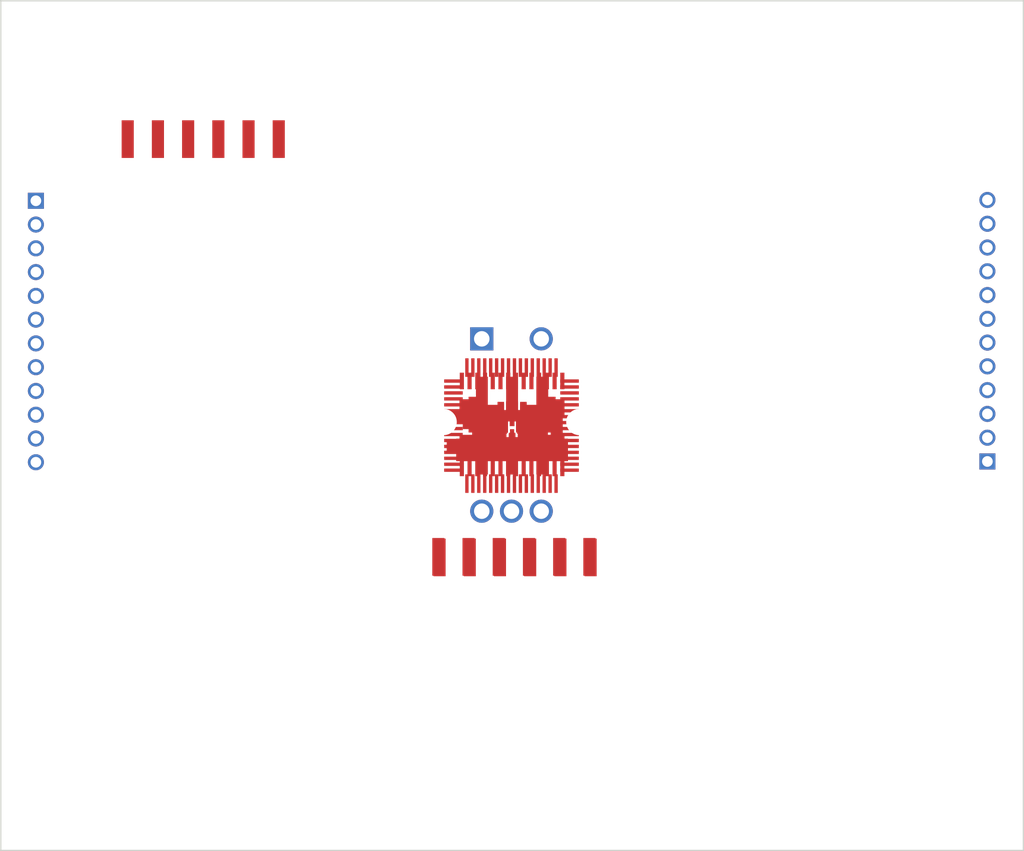
<source format=kicad_pcb>
(kicad_pcb (version 20221018) (generator pcbnew)
  (layers (0 "F.Cu" signal "Top") (1 "In1.Cu" signal "Route2") (2 "In2.Cu" signal "Route15") (31 "B.Cu" signal "Bottom") (34 "B.Paste" user) (35 "F.Paste" user) (36 "B.SilkS" user "B.Silkscreen") (37 "F.SilkS" user "F.Silkscreen") (38 "B.Mask" user) (39 "F.Mask" user) (44 "Edge.Cuts" user))
  (net 0 "")
  (net 1 "GND")
  (net 2 "3V3")
  (net 3 "VBAT")
  (net 4 "Net-(B2-Pad4)")
  (net 5 "Net-(B2-Pad3)")
  (net 6 "Net-(B2-Pad2)")
  (net 7 "Net-(A1-PadFEED)")
  (net 8 "Net-(C14-Pad1)")
  (net 9 "Net-(C15-Pad1)")
  (net 10 "Net-(C11-Pad1)")
  (net 11 "Net-(C13-Pad1)")
  (net 12 "Net-(D6-PadC1)")
  (net 13 "/RESET")
  (net 14 "/THROTTLE")
  (net 15 "/YAW")
  (net 16 "/BTN_CENTER")
  (net 17 "/BTN_RIGHT")
  (net 18 "/BTN_LEFT")
  (net 19 "/BTN_UP")
  (net 20 "/RXI-0")
  (net 21 "/TXO-0")
  (net 22 "/E1-B")
  (net 23 "/E1-A")
  (net 24 "/MISO")
  (net 25 "/MOSI")
  (net 26 "/SCK")
  (net 27 "/BTN_DOWN")
  (net 28 "/E1-BUT")
  (net 29 "/BTN2/SDA")
  (net 30 "/BTN1/SCL")
  (net 31 "/PITCH")
  (net 32 "/RF")
  (net 33 "Net-(D6-PadA1)")
  (net 34 "Net-(D6-PadA2)")
  (net 35 "/ROLL")
  (net 36 "/DTR-0")
  (net 37 "/VREG_IN")
  (net 38 "/RXI")
  (net 39 "/FTDI_OUT")
  (net 40 "/TXLED")
  (net 41 "/RXLED")
  (net 42 "/DTR")
  (net 43 "/USB_D_N")
  (net 44 "/USB_D_P")
  (net 45 "/CTS")
  (net 46 "/TXO")
  (net 47 "Net-(R7-Pad1)")
  (net 48 "/VBUS")
  (net 49 "Net-(B3-Pad1A)")
  (net 50 "Net-(R1-Pad2)")
  (net 51 "Net-(D1-PadC2)")
  (net 52 "Net-(D4-PadC1)")
  (net 53 "/RXI-1")
  (net 54 "/TXO-1")
  (net 55 "Net-(S2-Pad2)")
  (net 56 "/DTR-1")
  (net 57 "/CTS-1")
  (net 58 "/GREF")
  (net 59 "Net-(D6-PadC2)")
  (net 60 "Net-(D5-PadA2)")
  (net 61 "Net-(D5-PadA1)")
  (net 62 "Net-(D1-PadA1)")
  (net 63 "Net-(D4-PadC2)")
  (footprint "controller_board:BALUN" (layer "F.Cu") (at 148.50055 104.75 0)
    (fp_text reference "B2" hide)
    (fp_text value "BALUN0805" hide)
    (pad "1" smd rect (at -0.65 0.8 0) (size 0.35 1) (layers "F.Cu" "F.Paste" "F.Mask") (net 7 "Net-(A1-PadFEED)"))
    (pad "2" smd rect (at 0 0.8 0) (size 0.35 1) (layers "F.Cu" "F.Paste" "F.Mask") (net 6 "Net-(B2-Pad2)"))
    (pad "3" smd rect (at 0.65 0.8 0) (size 0.35 1) (layers "F.Cu" "F.Paste" "F.Mask") (net 5 "Net-(B2-Pad3)"))
    (pad "4" smd rect (at 0.65 -0.8 0) (size 0.35 1) (layers "F.Cu" "F.Paste" "F.Mask") (net 4 "Net-(B2-Pad4)"))
    (pad "5" smd rect (at 0 -0.8 0) (size 0.35 1) (layers "F.Cu" "F.Paste" "F.Mask") (net 1 "GND"))
    (pad "6" smd rect (at -0.65 -0.8 0) (size 0.35 1) (layers "F.Cu" "F.Paste" "F.Mask"))
  )
  (footprint "controller_board:CAPC2012X140_HS" (layer "F.Cu") (at 148.50055 104.75 0)
    (fp_text reference "C3" hide)
    (fp_text value "22pF" hide)
    (pad "1" smd roundrect (at -0.895 0 180) (size 1.08 1.42) (layers "F.Cu" "F.Mask") (roundrect_rratio 0.23) (net 1 "GND"))
    (pad "2" smd roundrect (at 0.895 0 0) (size 1.08 1.42) (layers "F.Cu" "F.Mask") (roundrect_rratio 0.23) (net 6 "Net-(B2-Pad2)"))
  )
  (footprint "controller_board:CAPC2012X140_HS" (layer "F.Cu") (at 148.50055 104.75 0)
    (fp_text reference "C14" hide)
    (fp_text value "12pF" hide)
    (pad "1" smd roundrect (at -0.895 0 180) (size 1.08 1.42) (layers "F.Cu" "F.Mask") (roundrect_rratio 0.23) (net 8 "Net-(C14-Pad1)"))
    (pad "2" smd roundrect (at 0.895 0 0) (size 1.08 1.42) (layers "F.Cu" "F.Mask") (roundrect_rratio 0.23) (net 1 "GND"))
  )
  (footprint "controller_board:CAPC2012X140_HS" (layer "F.Cu") (at 148.50055 104.75 0)
    (fp_text reference "C15" hide)
    (fp_text value "12pF" hide)
    (pad "1" smd roundrect (at -0.895 0 180) (size 1.08 1.42) (layers "F.Cu" "F.Mask") (roundrect_rratio 0.23) (net 9 "Net-(C15-Pad1)"))
    (pad "2" smd roundrect (at 0.895 0 0) (size 1.08 1.42) (layers "F.Cu" "F.Mask") (roundrect_rratio 0.23) (net 1 "GND"))
  )
  (footprint "controller_board:CAPC2012X140_HS" (layer "F.Cu") (at 148.50055 104.75 0)
    (fp_text reference "C11" hide)
    (fp_text value "1uF" hide)
    (pad "1" smd roundrect (at -0.895 0 180) (size 1.08 1.42) (layers "F.Cu" "F.Mask") (roundrect_rratio 0.23) (net 10 "Net-(C11-Pad1)"))
    (pad "2" smd roundrect (at 0.895 0 0) (size 1.08 1.42) (layers "F.Cu" "F.Mask") (roundrect_rratio 0.23) (net 1 "GND"))
  )
  (footprint "controller_board:CAPC2012X140_HS" (layer "F.Cu") (at 148.50055 104.75 0)
    (fp_text reference "C13" hide)
    (fp_text value "1uF" hide)
    (pad "1" smd roundrect (at -0.895 0 180) (size 1.08 1.42) (layers "F.Cu" "F.Mask") (roundrect_rratio 0.23) (net 11 "Net-(C13-Pad1)"))
    (pad "2" smd roundrect (at 0.895 0 0) (size 1.08 1.42) (layers "F.Cu" "F.Mask") (roundrect_rratio 0.23) (net 1 "GND"))
  )
  (footprint "controller_board:CAPC2012X140_HS" (layer "F.Cu") (at 148.50055 104.75 0)
    (fp_text reference "C2" hide)
    (fp_text value "0.75pF" hide)
    (pad "1" smd roundrect (at -0.895 0 180) (size 1.08 1.42) (layers "F.Cu" "F.Mask") (roundrect_rratio 0.23) (net 7 "Net-(A1-PadFEED)"))
    (pad "2" smd roundrect (at 0.895 0 0) (size 1.08 1.42) (layers "F.Cu" "F.Mask") (roundrect_rratio 0.23) (net 1 "GND"))
  )
  (footprint "controller_board:CAPC2012X140_HS" (layer "F.Cu") (at 148.50055 104.75 0)
    (fp_text reference "C12" hide)
    (fp_text value "1uF" hide)
    (pad "1" smd roundrect (at -0.895 0 180) (size 1.08 1.42) (layers "F.Cu" "F.Mask") (roundrect_rratio 0.23) (net 2 "3V3"))
    (pad "2" smd roundrect (at 0.895 0 0) (size 1.08 1.42) (layers "F.Cu" "F.Mask") (roundrect_rratio 0.23) (net 1 "GND"))
  )
  (footprint "controller_board:CAPC2012X140_HS" (layer "F.Cu") (at 148.50055 104.75 0)
    (fp_text reference "C16" hide)
    (fp_text value "1uF" hide)
    (pad "1" smd roundrect (at -0.895 0 180) (size 1.08 1.42) (layers "F.Cu" "F.Mask") (roundrect_rratio 0.23) (net 2 "3V3"))
    (pad "2" smd roundrect (at 0.895 0 0) (size 1.08 1.42) (layers "F.Cu" "F.Mask") (roundrect_rratio 0.23) (net 1 "GND"))
  )
  (footprint "controller_board:CAPC2012X140_HS" (layer "F.Cu") (at 148.50055000000003 104.75 0)
    (fp_text reference "C1" hide)
    (fp_text value "0.1uF" hide)
    (pad "1" smd roundrect (at -0.895 0 180) (size 1.08 1.42) (layers "F.Cu" "F.Mask") (roundrect_rratio 0.23) (net 13 "/RESET"))
    (pad "2" smd roundrect (at 0.895 0 0) (size 1.08 1.42) (layers "F.Cu" "F.Mask") (roundrect_rratio 0.23) (net 36 "/DTR-0"))
  )
  (footprint "controller_board:2X3-SMD" (layer "F.Cu") (at 148.50054999999998 104.75 0)
    (fp_text reference "J4" hide)
    (fp_text value "AVR_SPI_PRG_6-SMD" hide)
    (pad "1" smd rect (at -2.54 2.54 0) (size 1 3.15) (layers "F.Cu" "F.Paste" "F.Mask") (net 24 "/MISO"))
    (pad "2" smd rect (at -2.54 -2.54 0) (size 1 3.15) (layers "F.Cu" "F.Paste" "F.Mask") (net 2 "3V3"))
    (pad "3" smd rect (at 0 2.54 0) (size 1 3.15) (layers "F.Cu" "F.Paste" "F.Mask") (net 26 "/SCK"))
    (pad "4" smd rect (at 0 -2.54 0) (size 1 3.15) (layers "F.Cu" "F.Paste" "F.Mask") (net 25 "/MOSI"))
    (pad "5" smd rect (at 2.54 2.54 0) (size 1 3.15) (layers "F.Cu" "F.Paste" "F.Mask") (net 13 "/RESET"))
    (pad "6" smd rect (at 2.54 -2.54 0) (size 1 3.15) (layers "F.Cu" "F.Paste" "F.Mask") (net 1 "GND"))
  )
  (footprint "controller_board:RESC2012X60_HS" (layer "F.Cu") (at 148.50055 104.75 0)
    (fp_text reference "R18" hide)
    (fp_text value "510" hide)
    (pad "1" smd roundrect (at -0.955 0 180) (size 0.92 1.38) (layers "F.Cu" "F.Mask") (net 1 "GND"))
    (pad "2" smd roundrect (at 0.955 0 0) (size 0.92 1.38) (layers "F.Cu" "F.Mask") (net 12 "Net-(D6-PadC1)"))
  )
  (footprint "controller_board:RESC2012X60_HS" (layer "F.Cu") (at 148.50055000000003 104.75 0)
    (fp_text reference "R2" hide)
    (fp_text value "10K" hide)
    (pad "1" smd roundrect (at -0.955 0 180) (size 0.92 1.38) (layers "F.Cu" "F.Mask") (net 13 "/RESET"))
    (pad "2" smd roundrect (at 0.955 0 0) (size 0.92 1.38) (layers "F.Cu" "F.Mask") (net 2 "3V3"))
  )
  (footprint "controller_board:4.5MM_TACTILE_SWITCH_TL3305AF160QG" (layer "F.Cu") (at 148.50055 104.75 0)
    (fp_text reference "B5" hide)
    (fp_text value "PUSHBUTTON_-4.5X4.5" hide)
    (pad "1" smd rect (at -3.6 1.5 90) (size 1.4 1.6) (layers "F.Cu" "F.Paste" "F.Mask") (net 1 "GND"))
    (pad "2" smd rect (at 3.6 1.5 90) (size 1.4 1.6) (layers "F.Cu" "F.Paste" "F.Mask") (net 1 "GND"))
    (pad "3" smd rect (at -3.6 -1.5 90) (size 1.4 1.6) (layers "F.Cu" "F.Paste" "F.Mask") (net 29 "/BTN2/SDA"))
    (pad "4" smd rect (at 3.6 -1.5 90) (size 1.4 1.6) (layers "F.Cu" "F.Paste" "F.Mask") (net 29 "/BTN2/SDA"))
  )
  (footprint "controller_board:4.5MM_TACTILE_SWITCH_TL3305AF160QG" (layer "F.Cu") (at 148.50055 104.75 0)
    (fp_text reference "B4" hide)
    (fp_text value "PUSHBUTTON_-4.5X4.5" hide)
    (pad "1" smd rect (at -3.6 1.5 90) (size 1.4 1.6) (layers "F.Cu" "F.Paste" "F.Mask") (net 1 "GND"))
    (pad "2" smd rect (at 3.6 1.5 90) (size 1.4 1.6) (layers "F.Cu" "F.Paste" "F.Mask") (net 1 "GND"))
    (pad "3" smd rect (at -3.6 -1.5 90) (size 1.4 1.6) (layers "F.Cu" "F.Paste" "F.Mask") (net 30 "/BTN1/SCL"))
    (pad "4" smd rect (at 3.6 -1.5 90) (size 1.4 1.6) (layers "F.Cu" "F.Paste" "F.Mask") (net 30 "/BTN1/SCL"))
  )
  (footprint "controller_board:4.5MM_TACTILE_SWITCH_TL3305AF160QG" (layer "F.Cu") (at 148.50055 104.74999999999999 0)
    (fp_text reference "B1" hide)
    (fp_text value "PUSHBUTTON_-4.5X4.5" hide)
    (pad "1" smd rect (at -3.6 1.5 90) (size 1.4 1.6) (layers "F.Cu" "F.Paste" "F.Mask") (net 13 "/RESET"))
    (pad "2" smd rect (at 3.6 1.5 90) (size 1.4 1.6) (layers "F.Cu" "F.Paste" "F.Mask") (net 13 "/RESET"))
    (pad "3" smd rect (at -3.6 -1.5 90) (size 1.4 1.6) (layers "F.Cu" "F.Paste" "F.Mask") (net 1 "GND"))
    (pad "4" smd rect (at 3.6 -1.5 90) (size 1.4 1.6) (layers "F.Cu" "F.Paste" "F.Mask") (net 1 "GND"))
  )
  (footprint "controller_board:QFN-64" (layer "F.Cu") (at 148.45055 104.75 0)
    (fp_text reference "U4" hide)
    (fp_text value "ATMEGA128RFA1" hide)
    (pad "1" smd rect (at -4.881 -3.75 270) (size 0.28 1.562) (layers "F.Cu" "F.Paste" "F.Mask") (net 35 "/ROLL"))
    (pad "2" smd rect (at -4.881 -3.25 270) (size 0.28 1.562) (layers "F.Cu" "F.Paste" "F.Mask") (net 31 "/PITCH"))
    (pad "3" smd rect (at -4.881 -2.75 270) (size 0.28 1.562) (layers "F.Cu" "F.Paste" "F.Mask"))
    (pad "4" smd rect (at -4.881 -2.25 270) (size 0.28 1.562) (layers "F.Cu" "F.Paste" "F.Mask"))
    (pad "5" smd rect (at -4.881 -1.75 270) (size 0.28 1.562) (layers "F.Cu" "F.Paste" "F.Mask"))
    (pad "6" smd rect (at -4.881 -1.25 270) (size 0.28 1.562) (layers "F.Cu" "F.Paste" "F.Mask"))
    (pad "7" smd rect (at -4.881 -0.75 270) (size 0.28 1.562) (layers "F.Cu" "F.Paste" "F.Mask") (net 1 "GND"))
    (pad "8" smd rect (at -4.881 -0.25 270) (size 0.28 1.562) (layers "F.Cu" "F.Paste" "F.Mask") (net 4 "Net-(B2-Pad4)"))
    (pad "9" smd rect (at -4.881 0.25 270) (size 0.28 1.562) (layers "F.Cu" "F.Paste" "F.Mask") (net 5 "Net-(B2-Pad3)"))
    (pad "10" smd rect (at -4.881 0.75 270) (size 0.28 1.562) (layers "F.Cu" "F.Paste" "F.Mask") (net 1 "GND"))
    (pad "11" smd rect (at -4.881 1.25 270) (size 0.28 1.562) (layers "F.Cu" "F.Paste" "F.Mask") (net 1 "GND"))
    (pad "12" smd rect (at -4.881 1.75 270) (size 0.28 1.562) (layers "F.Cu" "F.Paste" "F.Mask") (net 13 "/RESET"))
    (pad "13" smd rect (at -4.881 2.25 270) (size 0.28 1.562) (layers "F.Cu" "F.Paste" "F.Mask"))
    (pad "14" smd rect (at -4.881 2.75 270) (size 0.28 1.562) (layers "F.Cu" "F.Paste" "F.Mask") (net 34 "Net-(D6-PadA2)"))
    (pad "15" smd rect (at -4.881 3.25 90) (size 0.28 1.562) (layers "F.Cu" "F.Paste" "F.Mask") (net 33 "Net-(D6-PadA1)"))
    (pad "16" smd rect (at -4.881 3.75 90) (size 0.28 1.562) (layers "F.Cu" "F.Paste" "F.Mask") (net 32 "/RF"))
    (pad "17" smd rect (at -3.75 4.881 180) (size 0.28 1.562) (layers "F.Cu" "F.Paste" "F.Mask"))
    (pad "18" smd rect (at -3.25 4.881 180) (size 0.28 1.562) (layers "F.Cu" "F.Paste" "F.Mask"))
    (pad "19" smd rect (at -2.75 4.881 180) (size 0.28 1.562) (layers "F.Cu" "F.Paste" "F.Mask"))
    (pad "20" smd rect (at -2.25 4.881 180) (size 0.28 1.562) (layers "F.Cu" "F.Paste" "F.Mask") (net 1 "GND"))
    (pad "21" smd rect (at -1.75 4.881 180) (size 0.28 1.562) (layers "F.Cu" "F.Paste" "F.Mask") (net 10 "Net-(C11-Pad1)"))
    (pad "22" smd rect (at -1.25 4.881 180) (size 0.28 1.562) (layers "F.Cu" "F.Paste" "F.Mask") (net 10 "Net-(C11-Pad1)"))
    (pad "23" smd rect (at -0.75 4.881 180) (size 0.28 1.562) (layers "F.Cu" "F.Paste" "F.Mask") (net 2 "3V3"))
    (pad "24" smd rect (at -0.25 4.881 180) (size 0.28 1.562) (layers "F.Cu" "F.Paste" "F.Mask") (net 1 "GND"))
    (pad "25" smd rect (at 0.25 4.881 180) (size 0.28 1.562) (layers "F.Cu" "F.Paste" "F.Mask") (net 30 "/BTN1/SCL"))
    (pad "26" smd rect (at 0.75 4.881 180) (size 0.28 1.562) (layers "F.Cu" "F.Paste" "F.Mask") (net 29 "/BTN2/SDA"))
    (pad "27" smd rect (at 1.25 4.881 180) (size 0.28 1.562) (layers "F.Cu" "F.Paste" "F.Mask") (net 28 "/E1-BUT"))
    (pad "28" smd rect (at 1.75 4.881 180) (size 0.28 1.562) (layers "F.Cu" "F.Paste" "F.Mask") (net 27 "/BTN_DOWN"))
    (pad "29" smd rect (at 2.25 4.881 0) (size 0.28 1.562) (layers "F.Cu" "F.Paste" "F.Mask"))
    (pad "30" smd rect (at 2.75 4.881 0) (size 0.28 1.562) (layers "F.Cu" "F.Paste" "F.Mask"))
    (pad "31" smd rect (at 3.25 4.881 0) (size 0.28 1.562) (layers "F.Cu" "F.Paste" "F.Mask"))
    (pad "32" smd rect (at 3.75 4.881 0) (size 0.28 1.562) (layers "F.Cu" "F.Paste" "F.Mask"))
    (pad "33" smd rect (at 4.881 3.75 90) (size 0.28 1.562) (layers "F.Cu" "F.Paste" "F.Mask") (net 1 "GND"))
    (pad "34" smd rect (at 4.881 3.25 90) (size 0.28 1.562) (layers "F.Cu" "F.Paste" "F.Mask") (net 2 "3V3"))
    (pad "35" smd rect (at 4.881 2.75 90) (size 0.28 1.562) (layers "F.Cu" "F.Paste" "F.Mask") (net 1 "GND"))
    (pad "36" smd rect (at 4.881 2.25 90) (size 0.28 1.562) (layers "F.Cu" "F.Paste" "F.Mask"))
    (pad "37" smd rect (at 4.881 1.75 90) (size 0.28 1.562) (layers "F.Cu" "F.Paste" "F.Mask") (net 26 "/SCK"))
    (pad "38" smd rect (at 4.881 1.25 90) (size 0.28 1.562) (layers "F.Cu" "F.Paste" "F.Mask") (net 25 "/MOSI"))
    (pad "39" smd rect (at 4.881 0.75 90) (size 0.28 1.562) (layers "F.Cu" "F.Paste" "F.Mask") (net 24 "/MISO"))
    (pad "40" smd rect (at 4.881 0.25 90) (size 0.28 1.562) (layers "F.Cu" "F.Paste" "F.Mask") (net 23 "/E1-A"))
    (pad "41" smd rect (at 4.881 -0.25 90) (size 0.28 1.562) (layers "F.Cu" "F.Paste" "F.Mask") (net 22 "/E1-B"))
    (pad "42" smd rect (at 4.881 -0.75 90) (size 0.28 1.562) (layers "F.Cu" "F.Paste" "F.Mask"))
    (pad "43" smd rect (at 4.881 -1.25 90) (size 0.28 1.562) (layers "F.Cu" "F.Paste" "F.Mask"))
    (pad "44" smd rect (at 4.881 -1.75 90) (size 0.28 1.562) (layers "F.Cu" "F.Paste" "F.Mask") (net 2 "3V3"))
    (pad "45" smd rect (at 4.881 -2.25 90) (size 0.28 1.562) (layers "F.Cu" "F.Paste" "F.Mask") (net 1 "GND"))
    (pad "46" smd rect (at 4.881 -2.75 90) (size 0.28 1.562) (layers "F.Cu" "F.Paste" "F.Mask") (net 21 "/TXO-0"))
    (pad "47" smd rect (at 4.881 -3.25 90) (size 0.28 1.562) (layers "F.Cu" "F.Paste" "F.Mask") (net 20 "/RXI-0"))
    (pad "48" smd rect (at 4.881 -3.75 90) (size 0.28 1.562) (layers "F.Cu" "F.Paste" "F.Mask"))
    (pad "49" smd rect (at 3.75 -4.881 0) (size 0.28 1.562) (layers "F.Cu" "F.Paste" "F.Mask"))
    (pad "50" smd rect (at 3.25 -4.881 0) (size 0.28 1.562) (layers "F.Cu" "F.Paste" "F.Mask") (net 19 "/BTN_UP"))
    (pad "51" smd rect (at 2.75 -4.881 0) (size 0.28 1.562) (layers "F.Cu" "F.Paste" "F.Mask") (net 18 "/BTN_LEFT"))
    (pad "52" smd rect (at 2.25 -4.881 0) (size 0.28 1.562) (layers "F.Cu" "F.Paste" "F.Mask") (net 17 "/BTN_RIGHT"))
    (pad "53" smd rect (at 1.75 -4.881 0) (size 0.28 1.562) (layers "F.Cu" "F.Paste" "F.Mask") (net 16 "/BTN_CENTER"))
    (pad "54" smd rect (at 1.25 -4.881 0) (size 0.28 1.562) (layers "F.Cu" "F.Paste" "F.Mask") (net 2 "3V3"))
    (pad "55" smd rect (at 0.75 -4.881 0) (size 0.28 1.562) (layers "F.Cu" "F.Paste" "F.Mask") (net 1 "GND"))
    (pad "56" smd rect (at 0.25 -4.881 0) (size 0.28 1.562) (layers "F.Cu" "F.Paste" "F.Mask") (net 9 "Net-(C15-Pad1)"))
    (pad "57" smd rect (at -0.25 -4.881 0) (size 0.28 1.562) (layers "F.Cu" "F.Paste" "F.Mask") (net 8 "Net-(C14-Pad1)"))
    (pad "58" smd rect (at -0.75 -4.881 0) (size 0.28 1.562) (layers "F.Cu" "F.Paste" "F.Mask") (net 1 "GND"))
    (pad "59" smd rect (at -1.25 -4.881 0) (size 0.28 1.562) (layers "F.Cu" "F.Paste" "F.Mask") (net 2 "3V3"))
    (pad "60" smd rect (at -1.75 -4.881 0) (size 0.28 1.562) (layers "F.Cu" "F.Paste" "F.Mask") (net 11 "Net-(C13-Pad1)"))
    (pad "61" smd rect (at -2.25 -4.881 0) (size 0.28 1.562) (layers "F.Cu" "F.Paste" "F.Mask") (net 1 "GND"))
    (pad "62" smd rect (at -2.75 -4.881 0) (size 0.28 1.562) (layers "F.Cu" "F.Paste" "F.Mask"))
    (pad "63" smd rect (at -3.25 -4.881 0) (size 0.28 1.562) (layers "F.Cu" "F.Paste" "F.Mask") (net 15 "/YAW"))
    (pad "64" smd rect (at -3.75 -4.881 0) (size 0.28 1.562) (layers "F.Cu" "F.Paste" "F.Mask") (net 14 "/THROTTLE"))
  )
  (footprint "controller_board:CRYSTAL-SMD-5X3" (layer "F.Cu") (at 148.50055 104.7 0)
    (fp_text reference "Y1" hide)
    (fp_text value "CRYSTAL5X3" hide)
    (pad "1" smd rect (at -1.85 1.15 0) (size 1.9 1.1) (layers "F.Cu" "F.Paste" "F.Mask") (net 9 "Net-(C15-Pad1)"))
    (pad "2" smd rect (at 1.85 1.15 0) (size 1.9 1.1) (layers "F.Cu" "F.Paste" "F.Mask"))
    (pad "3" smd rect (at 1.85 -1.15 0) (size 1.9 1.1) (layers "F.Cu" "F.Paste" "F.Mask") (net 8 "Net-(C14-Pad1)"))
    (pad "4" smd rect (at -1.85 -1.15 0) (size 1.9 1.1) (layers "F.Cu" "F.Paste" "F.Mask"))
  )
  (footprint "controller_board:JS102011JCQN" (layer "F.Cu") (at 148.50054999999998 104.8 0)
    (fp_text reference "S1" hide)
    (fp_text value "POWER-SWITCH-MFS201N-9-Z-SMD-VERTICAL" hide)
    (pad "1" smd rect (at -2.5 1.2 0) (size 1 1.6) (layers "F.Cu" "F.Paste" "F.Mask") (net 37 "/VREG_IN"))
    (pad "2" smd rect (at 0 -1.2 0) (size 1 1.6) (layers "F.Cu" "F.Paste" "F.Mask") (net 3 "VBAT"))
    (pad "3" smd rect (at 2.5 1.2 0) (size 1 1.6) (layers "F.Cu" "F.Paste" "F.Mask"))
  )
  (footprint "controller_board:SSOP28DB" (layer "F.Cu") (at 148.50055 104.65 0)
    (fp_text reference "U3" hide)
    (fp_text value "FT232RLSSOP" hide)
    (pad "1" smd rect (at -4.225 3.656 0) (size 0.348 1.397) (layers "F.Cu" "F.Paste" "F.Mask") (net 46 "/TXO"))
    (pad "2" smd rect (at -3.575 3.656 0) (size 0.348 1.397) (layers "F.Cu" "F.Paste" "F.Mask") (net 42 "/DTR"))
    (pad "3" smd rect (at -2.925 3.656 0) (size 0.348 1.397) (layers "F.Cu" "F.Paste" "F.Mask"))
    (pad "4" smd rect (at -2.275 3.656 0) (size 0.348 1.397) (layers "F.Cu" "F.Paste" "F.Mask") (net 39 "/FTDI_OUT"))
    (pad "5" smd rect (at -1.625 3.656 0) (size 0.348 1.397) (layers "F.Cu" "F.Paste" "F.Mask") (net 38 "/RXI"))
    (pad "6" smd rect (at -0.975 3.656 0) (size 0.348 1.397) (layers "F.Cu" "F.Paste" "F.Mask"))
    (pad "7" smd rect (at -0.325 3.656 0) (size 0.348 1.397) (layers "F.Cu" "F.Paste" "F.Mask") (net 1 "GND"))
    (pad "8" smd rect (at 0.325 3.656 0) (size 0.348 1.397) (layers "F.Cu" "F.Paste" "F.Mask"))
    (pad "9" smd rect (at 0.975 3.656 0) (size 0.348 1.397) (layers "F.Cu" "F.Paste" "F.Mask"))
    (pad "10" smd rect (at 1.625 3.656 0) (size 0.348 1.397) (layers "F.Cu" "F.Paste" "F.Mask"))
    (pad "11" smd rect (at 2.275 3.656 0) (size 0.348 1.397) (layers "F.Cu" "F.Paste" "F.Mask") (net 45 "/CTS"))
    (pad "12" smd rect (at 2.925 3.656 0) (size 0.348 1.397) (layers "F.Cu" "F.Paste" "F.Mask"))
    (pad "13" smd rect (at 3.575 3.656 0) (size 0.348 1.397) (layers "F.Cu" "F.Paste" "F.Mask"))
    (pad "14" smd rect (at 4.225 3.656 0) (size 0.348 1.397) (layers "F.Cu" "F.Paste" "F.Mask"))
    (pad "15" smd rect (at 4.225 -3.656 0) (size 0.348 1.397) (layers "F.Cu" "F.Paste" "F.Mask") (net 44 "/USB_D_P"))
    (pad "16" smd rect (at 3.575 -3.656 0) (size 0.348 1.397) (layers "F.Cu" "F.Paste" "F.Mask") (net 43 "/USB_D_N"))
    (pad "17" smd rect (at 2.925 -3.656 0) (size 0.348 1.397) (layers "F.Cu" "F.Paste" "F.Mask") (net 39 "/FTDI_OUT"))
    (pad "18" smd rect (at 2.275 -3.656 0) (size 0.348 1.397) (layers "F.Cu" "F.Paste" "F.Mask") (net 1 "GND"))
    (pad "19" smd rect (at 1.625 -3.656 0) (size 0.348 1.397) (layers "F.Cu" "F.Paste" "F.Mask"))
    (pad "20" smd rect (at 0.975 -3.656 0) (size 0.348 1.397) (layers "F.Cu" "F.Paste" "F.Mask") (net 37 "/VREG_IN"))
    (pad "21" smd rect (at 0.325 -3.656 0) (size 0.348 1.397) (layers "F.Cu" "F.Paste" "F.Mask") (net 1 "GND"))
    (pad "22" smd rect (at -0.325 -3.656 0) (size 0.348 1.397) (layers "F.Cu" "F.Paste" "F.Mask") (net 41 "/RXLED"))
    (pad "23" smd rect (at -0.975 -3.656 0) (size 0.348 1.397) (layers "F.Cu" "F.Paste" "F.Mask") (net 40 "/TXLED"))
    (pad "24" smd rect (at -1.625 -3.656 0) (size 0.348 1.397) (layers "F.Cu" "F.Paste" "F.Mask"))
    (pad "25" smd rect (at -2.275 -3.656 0) (size 0.348 1.397) (layers "F.Cu" "F.Paste" "F.Mask") (net 1 "GND"))
    (pad "26" smd rect (at -2.925 -3.656 0) (size 0.348 1.397) (layers "F.Cu" "F.Paste" "F.Mask") (net 1 "GND"))
    (pad "27" smd rect (at -3.575 -3.656 0) (size 0.348 1.397) (layers "F.Cu" "F.Paste" "F.Mask"))
    (pad "28" smd rect (at -4.225 -3.656 0) (size 0.348 1.397) (layers "F.Cu" "F.Paste" "F.Mask"))
  )
  (footprint "controller_board:CAPC2012X140_HS" (layer "F.Cu") (at 148.50055 104.75 0)
    (fp_text reference "C8" hide)
    (fp_text value "0.1uF" hide)
    (pad "1" smd roundrect (at -0.895 0 180) (size 1.08 1.42) (layers "F.Cu" "F.Mask") (roundrect_rratio 0.23) (net 37 "/VREG_IN"))
    (pad "2" smd roundrect (at 0.895 0 0) (size 1.08 1.42) (layers "F.Cu" "F.Mask") (roundrect_rratio 0.23) (net 1 "GND"))
  )
  (footprint "controller_board:CAPC2012X140_HS" (layer "F.Cu") (at 148.50055 104.75 0)
    (fp_text reference "C7" hide)
    (fp_text value "10uF" hide)
    (pad "1" smd roundrect (at -0.895 0 180) (size 1.08 1.42) (layers "F.Cu" "F.Mask") (roundrect_rratio 0.23) (net 37 "/VREG_IN"))
    (pad "2" smd roundrect (at 0.895 0 0) (size 1.08 1.42) (layers "F.Cu" "F.Mask") (roundrect_rratio 0.23) (net 1 "GND"))
  )
  (footprint "controller_board:CAPC2012X140_HS" (layer "F.Cu") (at 148.50055 104.75 0)
    (fp_text reference "C9" hide)
    (fp_text value "0.1uF" hide)
    (pad "1" smd roundrect (at -0.895 0 180) (size 1.08 1.42) (layers "F.Cu" "F.Mask") (roundrect_rratio 0.23) (net 39 "/FTDI_OUT"))
    (pad "2" smd roundrect (at 0.895 0 0) (size 1.08 1.42) (layers "F.Cu" "F.Mask") (roundrect_rratio 0.23) (net 1 "GND"))
  )
  (footprint "controller_board:SOT23-5" (layer "F.Cu") (at 148.50054999999998 104.64999999999999 0)
    (fp_text reference "U2" hide)
    (fp_text value "MCP73831T-2ACI/OT" hide)
    (pad "1" smd rect (at -0.95 1.3001 0) (size 0.55 1.2) (layers "F.Cu" "F.Paste" "F.Mask") (net 50 "Net-(R1-Pad2)"))
    (pad "2" smd rect (at 0 1.3001 0) (size 0.55 1.2) (layers "F.Cu" "F.Paste" "F.Mask") (net 1 "GND"))
    (pad "3" smd rect (at 0.95 1.3001 0) (size 0.55 1.2) (layers "F.Cu" "F.Paste" "F.Mask") (net 49 "Net-(B3-Pad1A)"))
    (pad "4" smd rect (at 0.95 -1.3001 0) (size 0.55 1.2) (layers "F.Cu" "F.Paste" "F.Mask") (net 48 "/VBUS"))
    (pad "5" smd rect (at -0.95 -1.3001 0) (size 0.55 1.2) (layers "F.Cu" "F.Paste" "F.Mask") (net 47 "Net-(R7-Pad1)"))
  )
  (footprint "controller_board:RESC2012X60_HS" (layer "F.Cu") (at 148.50055000000003 104.75 0)
    (fp_text reference "R1" hide)
    (fp_text value "510" hide)
    (pad "1" smd roundrect (at -0.955 0 180) (size 0.92 1.38) (layers "F.Cu" "F.Mask") (net 51 "Net-(D1-PadC2)"))
    (pad "2" smd roundrect (at 0.955 0 0) (size 0.92 1.38) (layers "F.Cu" "F.Mask") (net 50 "Net-(R1-Pad2)"))
  )
  (footprint "controller_board:CAPC2012X140_HS" (layer "F.Cu") (at 148.50055000000003 104.75 0)
    (fp_text reference "C5" hide)
    (fp_text value "10uF" hide)
    (pad "1" smd roundrect (at -0.895 0 180) (size 1.08 1.42) (layers "F.Cu" "F.Mask") (roundrect_rratio 0.23) (net 48 "/VBUS"))
    (pad "2" smd roundrect (at 0.895 0 0) (size 1.08 1.42) (layers "F.Cu" "F.Mask") (roundrect_rratio 0.23) (net 1 "GND"))
  )
  (footprint "controller_board:CAPC2012X140_HS" (layer "F.Cu") (at 148.50055000000003 104.75 0)
    (fp_text reference "C6" hide)
    (fp_text value "10uF" hide)
    (pad "1" smd roundrect (at -0.895 0 180) (size 1.08 1.42) (layers "F.Cu" "F.Mask") (roundrect_rratio 0.23) (net 49 "Net-(B3-Pad1A)"))
    (pad "2" smd roundrect (at 0.895 0 0) (size 1.08 1.42) (layers "F.Cu" "F.Mask") (roundrect_rratio 0.23) (net 1 "GND"))
  )
  (footprint "controller_board:RESC2012X60_HS" (layer "F.Cu") (at 148.50055000000003 104.75 0)
    (fp_text reference "R7" hide)
    (fp_text value "2.2K" hide)
    (pad "1" smd roundrect (at -0.955 0 180) (size 0.92 1.38) (layers "F.Cu" "F.Mask") (net 47 "Net-(R7-Pad1)"))
    (pad "2" smd roundrect (at 0.955 0 0) (size 0.92 1.38) (layers "F.Cu" "F.Mask") (net 1 "GND"))
  )
  (footprint "controller_board:RESC2012X60_HS" (layer "F.Cu") (at 148.50054999999998 104.75 0)
    (fp_text reference "R15" hide)
    (fp_text value "510" hide)
    (pad "1" smd roundrect (at -0.955 0 180) (size 0.92 1.38) (layers "F.Cu" "F.Mask") (net 1 "GND"))
    (pad "2" smd roundrect (at 0.955 0 0) (size 0.92 1.38) (layers "F.Cu" "F.Mask") (net 52 "Net-(D4-PadC1)"))
  )
  (footprint "controller_board:SOP65P640X110-16" (layer "F.Cu") (at 148.50055 104.8 0)
    (fp_text reference "U5" hide)
    (fp_text value "DPDT-X2" hide)
    (pad "1" smd rect (at -2.8717 -2.275 0) (size 1.5719 0.4068) (layers "F.Cu" "F.Paste" "F.Mask") (net 57 "/CTS-1"))
    (pad "2" smd rect (at -2.8717 -1.625 0) (size 1.5719 0.4068) (layers "F.Cu" "F.Paste" "F.Mask") (net 45 "/CTS"))
    (pad "3" smd rect (at -2.8717 -0.975 0) (size 1.5719 0.4068) (layers "F.Cu" "F.Paste" "F.Mask"))
    (pad "4" smd rect (at -2.8717 -0.325 0) (size 1.5719 0.4068) (layers "F.Cu" "F.Paste" "F.Mask") (net 55 "Net-(S2-Pad2)"))
    (pad "5" smd rect (at -2.8717 0.325 0) (size 1.5719 0.4068) (layers "F.Cu" "F.Paste" "F.Mask") (net 54 "/TXO-1"))
    (pad "6" smd rect (at -2.8717 0.975 0) (size 1.5719 0.4068) (layers "F.Cu" "F.Paste" "F.Mask") (net 46 "/TXO"))
    (pad "7" smd rect (at -2.8717 1.625 0) (size 1.5719 0.4068) (layers "F.Cu" "F.Paste" "F.Mask") (net 21 "/TXO-0"))
    (pad "8" smd rect (at -2.8717 2.275 0) (size 1.5719 0.4068) (layers "F.Cu" "F.Paste" "F.Mask") (net 1 "GND"))
    (pad "9" smd rect (at 2.8717 2.275 0) (size 1.5719 0.4068) (layers "F.Cu" "F.Paste" "F.Mask") (net 53 "/RXI-1"))
    (pad "10" smd rect (at 2.8717 1.625 0) (size 1.5719 0.4068) (layers "F.Cu" "F.Paste" "F.Mask") (net 38 "/RXI"))
    (pad "11" smd rect (at 2.8717 0.975 0) (size 1.5719 0.4068) (layers "F.Cu" "F.Paste" "F.Mask") (net 20 "/RXI-0"))
    (pad "12" smd rect (at 2.8717 0.325 0) (size 1.5719 0.4068) (layers "F.Cu" "F.Paste" "F.Mask") (net 55 "Net-(S2-Pad2)"))
    (pad "13" smd rect (at 2.8717 -0.325 0) (size 1.5719 0.4068) (layers "F.Cu" "F.Paste" "F.Mask") (net 56 "/DTR-1"))
    (pad "14" smd rect (at 2.8717 -0.975 0) (size 1.5719 0.4068) (layers "F.Cu" "F.Paste" "F.Mask") (net 42 "/DTR"))
    (pad "15" smd rect (at 2.8717 -1.625 0) (size 1.5719 0.4068) (layers "F.Cu" "F.Paste" "F.Mask") (net 36 "/DTR-0"))
    (pad "16" smd rect (at 2.8717 -2.275 0) (size 1.5719 0.4068) (layers "F.Cu" "F.Paste" "F.Mask") (net 2 "3V3"))
  )
  (footprint "controller_board:JS102011JCQN" (layer "F.Cu") (at 148.50055 104.69999999999999 0)
    (fp_text reference "S2" hide)
    (fp_text value "POWER-SWITCH-MFS201N-9-Z-SMD-VERTICAL" hide)
    (pad "1" smd rect (at -2.5 1.2 0) (size 1 1.6) (layers "F.Cu" "F.Paste" "F.Mask") (net 2 "3V3"))
    (pad "2" smd rect (at 0 -1.2 0) (size 1 1.6) (layers "F.Cu" "F.Paste" "F.Mask") (net 55 "Net-(S2-Pad2)"))
    (pad "3" smd rect (at 2.5 1.2 0) (size 1 1.6) (layers "F.Cu" "F.Paste" "F.Mask") (net 1 "GND"))
  )
  (footprint "controller_board:SOD3716X135_HS" (layer "F.Cu") (at 148.50054999999998 104.75 0)
    (fp_text reference "D3" hide)
    (fp_text value "360mV" hide)
    (pad "A" smd roundrect (at 1.665 0 0) (size 1.25 0.8) (layers "F.Cu" "F.Mask") (net 49 "Net-(B3-Pad1A)"))
    (pad "C" smd roundrect (at -1.665 0 180) (size 1.25 0.8) (layers "F.Cu" "F.Mask") (net 3 "VBAT"))
  )
  (footprint "controller_board:SOD3716X135_HS" (layer "F.Cu") (at 148.50054999999998 104.75 0)
    (fp_text reference "D2" hide)
    (fp_text value "360mV" hide)
    (pad "A" smd roundrect (at 1.665 0 0) (size 1.25 0.8) (layers "F.Cu" "F.Mask") (net 48 "/VBUS"))
    (pad "C" smd roundrect (at -1.665 0 180) (size 1.25 0.8) (layers "F.Cu" "F.Mask") (net 3 "VBAT"))
  )
  (footprint "controller_board:USB-MICROA-10118192-0001LF" (layer "F.Cu") (at 148.50055 105.134 0)
    (fp_text reference "J1" hide)
    (fp_text value "USB-MICROA-AMPHENOL-10118192-0001LF" hide)
    (pad "1" smd rect (at -1.3 -1.016 0) (size 0.4 1.35) (layers "F.Cu" "F.Paste" "F.Mask") (net 48 "/VBUS"))
    (pad "2" smd rect (at -0.65 -1.016 0) (size 0.4 1.35) (layers "F.Cu" "F.Paste" "F.Mask") (net 43 "/USB_D_N"))
    (pad "3" smd rect (at 0 -1.016 0) (size 0.4 1.35) (layers "F.Cu" "F.Paste" "F.Mask") (net 44 "/USB_D_P"))
    (pad "4" smd rect (at 0.65 -1.016 0) (size 0.4 1.35) (layers "F.Cu" "F.Paste" "F.Mask"))
    (pad "5" smd rect (at 1.3 -1.016 0) (size 0.4 1.35) (layers "F.Cu" "F.Paste" "F.Mask") (net 1 "GND"))
    (pad "6" smd rect (at 3.1 -0.891 0) (size 2.1 1.6) (layers "F.Cu" "F.Paste" "F.Mask") (net 1 "GND"))
    (pad "7" smd rect (at -3.1 -0.891 0) (size 2.1 1.6) (layers "F.Cu" "F.Paste" "F.Mask") (net 1 "GND"))
    (pad "8" smd rect (at -3.8 1.659 0) (size 1.8 1.9) (layers "F.Cu" "F.Paste" "F.Mask") (net 1 "GND"))
    (pad "9" smd rect (at 1.2 1.659 0) (size 1.9 1.9) (layers "F.Cu" "F.Paste" "F.Mask") (net 1 "GND"))
    (pad "10" smd rect (at -1.2 1.659 0) (size 1.9 1.9) (layers "F.Cu" "F.Paste" "F.Mask") (net 1 "GND"))
    (pad "11" smd rect (at 3.8 1.659 0) (size 1.8 1.9) (layers "F.Cu" "F.Paste" "F.Mask") (net 1 "GND"))
  )
  (footprint "controller_board:JST-13-PTH" (layer "F.Cu") (at 108.458 96.9772 -90)
    (fp_text reference "J2" hide)
    (fp_text value "2.4K" hide)
    (pad "1" thru_hole rect locked (at -11.144 0 270) (size 1.35 1.35) (drill 0.9) (layers *.Cu *.Mask) (net 58 "/GREF"))
    (pad "3" thru_hole circle locked (at -7.144 0 270) (size 1.35 1.35) (drill 0.9) (layers *.Cu *.Mask) (net 1 "GND"))
    (pad "4" thru_hole circle locked (at -5.144 0 270) (size 1.35 1.35) (drill 0.9) (layers *.Cu *.Mask) (net 58 "/GREF"))
    (pad "6" thru_hole circle locked (at -1.144 0 270) (size 1.35 1.35) (drill 0.9) (layers *.Cu *.Mask) (net 1 "GND"))
    (pad "7" thru_hole circle locked (at 0.856 0 270) (size 1.35 1.35) (drill 0.9) (layers *.Cu *.Mask))
    (pad "8" thru_hole circle locked (at 2.856 0 270) (size 1.35 1.35) (drill 0.9) (layers *.Cu *.Mask))
    (pad "9" thru_hole circle locked (at 4.856 0 270) (size 1.35 1.35) (drill 0.9) (layers *.Cu *.Mask))
    (pad "10" thru_hole circle locked (at 6.856 0 270) (size 1.35 1.35) (drill 0.9) (layers *.Cu *.Mask))
    (pad "11" thru_hole circle locked (at 8.856 0 270) (size 1.35 1.35) (drill 0.9) (layers *.Cu *.Mask))
    (pad "12" thru_hole circle locked (at 10.856 0 270) (size 1.35 1.35) (drill 0.9) (layers *.Cu *.Mask))
    (pad "H" thru_hole circle locked (at -3.144 0 270) (size 1.35 1.35) (drill 0.9) (layers *.Cu *.Mask) (net 15 "/YAW"))
    (pad "V" thru_hole circle locked (at -9.144 0 270) (size 1.35 1.35) (drill 0.9) (layers *.Cu *.Mask) (net 14 "/THROTTLE"))
  )
  (footprint "controller_board:JST-13-PTH" (layer "F.Cu") (at 188.468 96.6216 90)
    (fp_text reference "J3" hide)
    (fp_text value "2.4K" hide)
    (pad "1" thru_hole rect locked (at -11.144 0 90) (size 1.35 1.35) (drill 0.9) (layers *.Cu *.Mask) (net 58 "/GREF"))
    (pad "3" thru_hole circle locked (at -7.144 0 90) (size 1.35 1.35) (drill 0.9) (layers *.Cu *.Mask) (net 1 "GND"))
    (pad "4" thru_hole circle locked (at -5.144 0 90) (size 1.35 1.35) (drill 0.9) (layers *.Cu *.Mask) (net 58 "/GREF"))
    (pad "6" thru_hole circle locked (at -1.144 0 90) (size 1.35 1.35) (drill 0.9) (layers *.Cu *.Mask) (net 1 "GND"))
    (pad "7" thru_hole circle locked (at 0.856 0 90) (size 1.35 1.35) (drill 0.9) (layers *.Cu *.Mask))
    (pad "8" thru_hole circle locked (at 2.856 0 90) (size 1.35 1.35) (drill 0.9) (layers *.Cu *.Mask))
    (pad "9" thru_hole circle locked (at 4.856 0 90) (size 1.35 1.35) (drill 0.9) (layers *.Cu *.Mask))
    (pad "10" thru_hole circle locked (at 6.856 0 90) (size 1.35 1.35) (drill 0.9) (layers *.Cu *.Mask))
    (pad "11" thru_hole circle locked (at 8.856 0 90) (size 1.35 1.35) (drill 0.9) (layers *.Cu *.Mask))
    (pad "12" thru_hole circle locked (at 10.856 0 90) (size 1.35 1.35) (drill 0.9) (layers *.Cu *.Mask))
    (pad "H" thru_hole circle locked (at -3.144 0 90) (size 1.35 1.35) (drill 0.9) (layers *.Cu *.Mask) (net 35 "/ROLL"))
    (pad "V" thru_hole circle locked (at -9.144 0 90) (size 1.35 1.35) (drill 0.9) (layers *.Cu *.Mask) (net 31 "/PITCH"))
  )
  (footprint "controller_board:2X-SERVO-SMD" (layer "F.Cu") (at 148.45055 104.725 0)
    (fp_text reference "J7" hide)
    (fp_text value "FRSKY-GIMBAL-2X-SERVO-SMD" hide)
    (pad "1" smd rect (at -6.15 11.065 90) (size 3.17 1.02) (layers "F.Cu" "F.Paste" "F.Mask") (net 58 "/GREF"))
    (pad "3" smd rect (at -1.07 11.065 90) (size 3.17 1.02) (layers "F.Cu" "F.Paste" "F.Mask") (net 1 "GND"))
    (pad "4" smd rect (at 1.47 11.065 90) (size 3.17 1.02) (layers "F.Cu" "F.Paste" "F.Mask") (net 58 "/GREF"))
    (pad "6" smd rect (at 6.55 11.065 90) (size 3.17 1.02) (layers "F.Cu" "F.Paste" "F.Mask") (net 1 "GND"))
    (pad "H" smd rect (at -3.61 11.065 90) (size 3.17 1.02) (layers "F.Cu" "F.Paste" "F.Mask") (net 15 "/YAW"))
    (pad "V" smd rect (at 4.01 11.065 90) (size 3.17 1.02) (layers "F.Cu" "F.Paste" "F.Mask") (net 14 "/THROTTLE"))
  )
  (footprint "controller_board:2X-SERVO-SMD" (layer "F.Cu") (at 148.55055000000002 104.77499999999999 0)
    (fp_text reference "J8" hide)
    (fp_text value "FRSKY-GIMBAL-2X-SERVO-SMD" hide)
    (pad "1" smd rect (at -6.15 11.065 90) (size 3.17 1.02) (layers "F.Cu" "F.Paste" "F.Mask") (net 58 "/GREF"))
    (pad "3" smd rect (at -1.07 11.065 90) (size 3.17 1.02) (layers "F.Cu" "F.Paste" "F.Mask") (net 1 "GND"))
    (pad "4" smd rect (at 1.47 11.065 90) (size 3.17 1.02) (layers "F.Cu" "F.Paste" "F.Mask") (net 58 "/GREF"))
    (pad "6" smd rect (at 6.55 11.065 90) (size 3.17 1.02) (layers "F.Cu" "F.Paste" "F.Mask") (net 1 "GND"))
    (pad "H" smd rect (at -3.61 11.065 90) (size 3.17 1.02) (layers "F.Cu" "F.Paste" "F.Mask") (net 35 "/ROLL"))
    (pad "V" smd rect (at 4.01 11.065 90) (size 3.17 1.02) (layers "F.Cu" "F.Paste" "F.Mask") (net 31 "/PITCH"))
  )
  (footprint "controller_board:CAPC2012X140_HS" (layer "F.Cu") (at 148.50055 104.75 0)
    (fp_text reference "C4" hide)
    (fp_text value "1uF" hide)
    (pad "1" smd roundrect (at -0.895 0 180) (size 1.08 1.42) (layers "F.Cu" "F.Mask") (roundrect_rratio 0.23) (net 1 "GND"))
    (pad "2" smd roundrect (at 0.895 0 0) (size 1.08 1.42) (layers "F.Cu" "F.Mask") (roundrect_rratio 0.23) (net 39 "/FTDI_OUT"))
  )
  (footprint "controller_board:4.5MM_TACTILE_SWITCH_TL3305AF160QG" (layer "F.Cu") (at 148.50055 104.74999999999999 0)
    (fp_text reference "B8" hide)
    (fp_text value "PUSHBUTTON_-4.5X4.5" hide)
    (pad "1" smd rect (at -3.6 1.5 90) (size 1.4 1.6) (layers "F.Cu" "F.Paste" "F.Mask") (net 17 "/BTN_RIGHT"))
    (pad "2" smd rect (at 3.6 1.5 90) (size 1.4 1.6) (layers "F.Cu" "F.Paste" "F.Mask") (net 17 "/BTN_RIGHT"))
    (pad "3" smd rect (at -3.6 -1.5 90) (size 1.4 1.6) (layers "F.Cu" "F.Paste" "F.Mask") (net 1 "GND"))
    (pad "4" smd rect (at 3.6 -1.5 90) (size 1.4 1.6) (layers "F.Cu" "F.Paste" "F.Mask") (net 1 "GND"))
  )
  (footprint "controller_board:4.5MM_TACTILE_SWITCH_TL3305AF160QG" (layer "F.Cu") (at 148.50055 104.74999999999999 0)
    (fp_text reference "B9" hide)
    (fp_text value "PUSHBUTTON_-4.5X4.5" hide)
    (pad "1" smd rect (at -3.6 1.5 90) (size 1.4 1.6) (layers "F.Cu" "F.Paste" "F.Mask") (net 16 "/BTN_CENTER"))
    (pad "2" smd rect (at 3.6 1.5 90) (size 1.4 1.6) (layers "F.Cu" "F.Paste" "F.Mask") (net 16 "/BTN_CENTER"))
    (pad "3" smd rect (at -3.6 -1.5 90) (size 1.4 1.6) (layers "F.Cu" "F.Paste" "F.Mask") (net 1 "GND"))
    (pad "4" smd rect (at 3.6 -1.5 90) (size 1.4 1.6) (layers "F.Cu" "F.Paste" "F.Mask") (net 1 "GND"))
  )
  (footprint "controller_board:4.5MM_TACTILE_SWITCH_TL3305AF160QG" (layer "F.Cu") (at 148.50055 104.74999999999999 0)
    (fp_text reference "B7" hide)
    (fp_text value "PUSHBUTTON_-4.5X4.5" hide)
    (pad "1" smd rect (at -3.6 1.5 90) (size 1.4 1.6) (layers "F.Cu" "F.Paste" "F.Mask") (net 18 "/BTN_LEFT"))
    (pad "2" smd rect (at 3.6 1.5 90) (size 1.4 1.6) (layers "F.Cu" "F.Paste" "F.Mask") (net 18 "/BTN_LEFT"))
    (pad "3" smd rect (at -3.6 -1.5 90) (size 1.4 1.6) (layers "F.Cu" "F.Paste" "F.Mask") (net 1 "GND"))
    (pad "4" smd rect (at 3.6 -1.5 90) (size 1.4 1.6) (layers "F.Cu" "F.Paste" "F.Mask") (net 1 "GND"))
  )
  (footprint "controller_board:4.5MM_TACTILE_SWITCH_TL3305AF160QG" (layer "F.Cu") (at 148.50055 104.75 0)
    (fp_text reference "B10" hide)
    (fp_text value "PUSHBUTTON_-4.5X4.5" hide)
    (pad "1" smd rect (at -3.6 1.5 90) (size 1.4 1.6) (layers "F.Cu" "F.Paste" "F.Mask") (net 27 "/BTN_DOWN"))
    (pad "2" smd rect (at 3.6 1.5 90) (size 1.4 1.6) (layers "F.Cu" "F.Paste" "F.Mask") (net 27 "/BTN_DOWN"))
    (pad "3" smd rect (at -3.6 -1.5 90) (size 1.4 1.6) (layers "F.Cu" "F.Paste" "F.Mask") (net 1 "GND"))
    (pad "4" smd rect (at 3.6 -1.5 90) (size 1.4 1.6) (layers "F.Cu" "F.Paste" "F.Mask") (net 1 "GND"))
  )
  (footprint "controller_board:4.5MM_TACTILE_SWITCH_TL3305AF160QG" (layer "F.Cu") (at 148.50055 104.75 0)
    (fp_text reference "B6" hide)
    (fp_text value "PUSHBUTTON_-4.5X4.5" hide)
    (pad "1" smd rect (at -3.6 1.5 90) (size 1.4 1.6) (layers "F.Cu" "F.Paste" "F.Mask") (net 19 "/BTN_UP"))
    (pad "2" smd rect (at 3.6 1.5 90) (size 1.4 1.6) (layers "F.Cu" "F.Paste" "F.Mask") (net 19 "/BTN_UP"))
    (pad "3" smd rect (at -3.6 -1.5 90) (size 1.4 1.6) (layers "F.Cu" "F.Paste" "F.Mask") (net 1 "GND"))
    (pad "4" smd rect (at 3.6 -1.5 90) (size 1.4 1.6) (layers "F.Cu" "F.Paste" "F.Mask") (net 1 "GND"))
  )
  (footprint "controller_board:BOURNS-PEC12R" (layer "F.Cu") (at 148.45055 104.45 0)
    (fp_text reference "E1" hide)
    (fp_text value "ROTARY-ENCODER-W_BUTTON-BOURNS-PEC12R-4217F" hide)
    (pad "" np_thru_hole circle (at -5.7 0 0) (size 2.2 2.2) (drill 2.2) (layers *.Cu *.Mask))
    (pad "" np_thru_hole circle (at 5.7 0 0) (size 2.2 2.2) (drill 2.2) (layers *.Cu *.Mask))
    (pad "A" thru_hole circle (at -2.5 7.5 0) (size 1.95 1.95) (drill 1.3) (layers *.Cu *.Mask) (net 23 "/E1-A"))
    (pad "B" thru_hole circle (at 2.5 7.5 0) (size 1.95 1.95) (drill 1.3) (layers *.Cu *.Mask) (net 22 "/E1-B"))
    (pad "BUTA" thru_hole rect (at -2.5 -7 0) (size 1.95 1.95) (drill 1.3) (layers *.Cu *.Mask) (net 28 "/E1-BUT"))
    (pad "BUTB" thru_hole circle (at 2.5 -7 0) (size 1.95 1.95) (drill 1.3) (layers *.Cu *.Mask) (net 1 "GND"))
    (pad "C" thru_hole circle (at 0 7.5 0) (size 1.95 1.95) (drill 1.3) (layers *.Cu *.Mask) (net 1 "GND"))
  )
  (footprint "controller_board:RESC2012X60_HS" (layer "F.Cu") (at 148.50055 104.75 0)
    (fp_text reference "R8" hide)
    (fp_text value "1.2K" hide)
    (pad "1" smd roundrect (at -0.955 0 180) (size 0.92 1.38) (layers "F.Cu" "F.Mask") (net 58 "/GREF"))
    (pad "2" smd roundrect (at 0.955 0 0) (size 0.92 1.38) (layers "F.Cu" "F.Mask") (net 2 "3V3"))
  )
  (footprint "controller_board:LED-2X-LTST-C155" (layer "F.Cu") (at 148.50055 104.7 0)
    (fp_text reference "D6" hide)
    (fp_text value "LED-2X-GREEN_RED" hide)
    (pad "A1" smd rect (at -1.75 -0.7 0) (size 1.5 1) (layers "F.Cu" "F.Paste" "F.Mask") (net 33 "Net-(D6-PadA1)"))
    (pad "A2" smd rect (at -1.75 0.7 0) (size 1.5 1) (layers "F.Cu" "F.Paste" "F.Mask") (net 34 "Net-(D6-PadA2)"))
    (pad "C1" smd rect (at 1.75 -0.7 0) (size 1.5 1) (layers "F.Cu" "F.Paste" "F.Mask") (net 12 "Net-(D6-PadC1)"))
    (pad "C2" smd rect (at 1.75 0.7 0) (size 1.5 1) (layers "F.Cu" "F.Paste" "F.Mask") (net 59 "Net-(D6-PadC2)"))
  )
  (footprint "controller_board:LED-2X-LTST-C155" (layer "F.Cu") (at 148.50055 104.7 0)
    (fp_text reference "D5" hide)
    (fp_text value "LED-2X-GREEN_RED" hide)
    (pad "A1" smd rect (at -1.75 -0.7 0) (size 1.5 1) (layers "F.Cu" "F.Paste" "F.Mask") (net 61 "Net-(D5-PadA1)"))
    (pad "A2" smd rect (at -1.75 0.7 0) (size 1.5 1) (layers "F.Cu" "F.Paste" "F.Mask") (net 60 "Net-(D5-PadA2)"))
    (pad "C1" smd rect (at 1.75 -0.7 0) (size 1.5 1) (layers "F.Cu" "F.Paste" "F.Mask") (net 40 "/TXLED"))
    (pad "C2" smd rect (at 1.75 0.7 0) (size 1.5 1) (layers "F.Cu" "F.Paste" "F.Mask") (net 41 "/RXLED"))
  )
  (footprint "controller_board:LED-2X-LTST-C155" (layer "F.Cu") (at 148.50055 104.7 0)
    (fp_text reference "D1" hide)
    (fp_text value "LED-2X-GREEN_RED" hide)
    (pad "A1" smd rect (at -1.75 -0.7 0) (size 1.5 1) (layers "F.Cu" "F.Paste" "F.Mask") (net 62 "Net-(D1-PadA1)"))
    (pad "A2" smd rect (at -1.75 0.7 0) (size 1.5 1) (layers "F.Cu" "F.Paste" "F.Mask") (net 48 "/VBUS"))
    (pad "C1" smd rect (at 1.75 -0.7 0) (size 1.5 1) (layers "F.Cu" "F.Paste" "F.Mask") (net 1 "GND"))
    (pad "C2" smd rect (at 1.75 0.7 0) (size 1.5 1) (layers "F.Cu" "F.Paste" "F.Mask") (net 51 "Net-(D1-PadC2)"))
  )
  (footprint "controller_board:LED-2X-LTST-C155" (layer "F.Cu") (at 148.50055 104.7 0)
    (fp_text reference "D4" hide)
    (fp_text value "LED-2X-GREEN_RED" hide)
    (pad "A1" smd rect (at -1.75 -0.7 0) (size 1.5 1) (layers "F.Cu" "F.Paste" "F.Mask") (net 32 "/RF"))
    (pad "A2" smd rect (at -1.75 0.7 0) (size 1.5 1) (layers "F.Cu" "F.Paste" "F.Mask") (net 2 "3V3"))
    (pad "C1" smd rect (at 1.75 -0.7 0) (size 1.5 1) (layers "F.Cu" "F.Paste" "F.Mask") (net 52 "Net-(D4-PadC1)"))
    (pad "C2" smd rect (at 1.75 0.7 0) (size 1.5 1) (layers "F.Cu" "F.Paste" "F.Mask") (net 63 "Net-(D4-PadC2)"))
  )
  (footprint "controller_board:RESC2012X60_HS" (layer "F.Cu") (at 148.50055 104.75 0)
    (fp_text reference "R13" hide)
    (fp_text value "510" hide)
    (pad "1" smd roundrect (at -0.955 0 180) (size 0.92 1.38) (layers "F.Cu" "F.Mask") (net 60 "Net-(D5-PadA2)"))
    (pad "2" smd roundrect (at 0.955 0 0) (size 0.92 1.38) (layers "F.Cu" "F.Mask") (net 2 "3V3"))
  )
  (footprint "controller_board:RESC2012X60_HS" (layer "F.Cu") (at 148.50055000000003 104.75 0)
    (fp_text reference "R16" hide)
    (fp_text value "510" hide)
    (pad "1" smd roundrect (at -0.955 0 180) (size 0.92 1.38) (layers "F.Cu" "F.Mask") (net 1 "GND"))
    (pad "2" smd roundrect (at 0.955 0 0) (size 0.92 1.38) (layers "F.Cu" "F.Mask") (net 63 "Net-(D4-PadC2)"))
  )
  (footprint "controller_board:RESC2012X60_HS" (layer "F.Cu") (at 148.50055000000003 104.75 0)
    (fp_text reference "R3" hide)
    (fp_text value "510" hide)
    (pad "1" smd roundrect (at -0.955 0 180) (size 0.92 1.38) (layers "F.Cu" "F.Mask") (net 62 "Net-(D1-PadA1)"))
    (pad "2" smd roundrect (at 0.955 0 0) (size 0.92 1.38) (layers "F.Cu" "F.Mask") (net 50 "Net-(R1-Pad2)"))
  )
  (footprint "controller_board:RESC2012X60_HS" (layer "F.Cu") (at 148.50055 104.75 0)
    (fp_text reference "R14" hide)
    (fp_text value "510" hide)
    (pad "1" smd roundrect (at -0.955 0 180) (size 0.92 1.38) (layers "F.Cu" "F.Mask") (net 61 "Net-(D5-PadA1)"))
    (pad "2" smd roundrect (at 0.955 0 0) (size 0.92 1.38) (layers "F.Cu" "F.Mask") (net 2 "3V3"))
  )
  (footprint "controller_board:RESC2012X60_HS" (layer "F.Cu") (at 148.50055 104.75 0)
    (fp_text reference "R17" hide)
    (fp_text value "510" hide)
    (pad "1" smd roundrect (at -0.955 0 180) (size 0.92 1.38) (layers "F.Cu" "F.Mask") (net 1 "GND"))
    (pad "2" smd roundrect (at 0.955 0 0) (size 0.92 1.38) (layers "F.Cu" "F.Mask") (net 59 "Net-(D6-PadC2)"))
  )
  (footprint "controller_board:FTDI-BASIC-SMD" (layer "F.Cu") (at 122.5296 76.2)
    (fp_text reference "JP1" hide)
    (fp_text value "FTDI_BASIC-SMD" hide)
    (pad "CTS" smd rect locked (at -3.81 4.445 90) (size 3.17 1.02) (layers "F.Cu" "F.Paste" "F.Mask") (net 57 "/CTS-1"))
    (pad "DTR" smd rect locked (at 6.35 4.445 90) (size 3.17 1.02) (layers "F.Cu" "F.Paste" "F.Mask") (net 56 "/DTR-1"))
    (pad "GND" smd rect locked (at -6.35 4.445 90) (size 3.17 1.02) (layers "F.Cu" "F.Paste" "F.Mask") (net 1 "GND"))
    (pad "RXI" smd rect locked (at 3.81 4.445 90) (size 3.17 1.02) (layers "F.Cu" "F.Paste" "F.Mask") (net 53 "/RXI-1"))
    (pad "TXO" smd rect locked (at 1.27 4.445 90) (size 3.17 1.02) (layers "F.Cu" "F.Paste" "F.Mask") (net 54 "/TXO-1"))
    (pad "VCC" smd rect locked (at -1.27 4.445 90) (size 3.17 1.02) (layers "F.Cu" "F.Paste" "F.Mask") (net 2 "3V3"))
  )
  (footprint "controller_board:WIRE-TERMINAL-1X2-2.5MM-SMD-AVX-009276002021106" (layer "F.Cu") (at 147.50054999999998 105.25 0)
    (fp_text reference "B3" hide)
    (fp_text value "BATTERY-SPRING-SMD" hide)
    (pad "1A" smd rect (at 3.6 1.25 270) (size 1.5 1.8) (layers "F.Cu" "F.Paste" "F.Mask") (net 49 "Net-(B3-Pad1A)"))
    (pad "1B" smd rect (at -3.6 1.25 270) (size 1.2 1.8) (layers "F.Cu" "F.Paste" "F.Mask") (net 49 "Net-(B3-Pad1A)"))
    (pad "2A" smd rect (at 3.6 -1.25 270) (size 1.5 1.8) (layers "F.Cu" "F.Paste" "F.Mask") (net 1 "GND"))
    (pad "2B" smd rect (at -3.6 -1.25 270) (size 1.2 1.8) (layers "F.Cu" "F.Paste" "F.Mask") (net 1 "GND"))
  )
  (footprint "controller_board:CAPC2012X140_HS" (layer "F.Cu") (at 148.50055 104.75 0)
    (fp_text reference "C10" hide)
    (fp_text value "1uF" hide)
    (pad "1" smd roundrect (at -0.895 0 180) (size 1.08 1.42) (layers "F.Cu" "F.Mask") (roundrect_rratio 0.23) (net 37 "/VREG_IN"))
    (pad "2" smd roundrect (at 0.895 0 0) (size 1.08 1.42) (layers "F.Cu" "F.Mask") (roundrect_rratio 0.23) (net 1 "GND"))
  )
  (footprint "controller_board:CAPC2012X140_HS" (layer "F.Cu") (at 148.50055 104.75 0)
    (fp_text reference "C17" hide)
    (fp_text value "1uF" hide)
    (pad "1" smd roundrect (at -0.895 0 180) (size 1.08 1.42) (layers "F.Cu" "F.Mask") (roundrect_rratio 0.23) (net 2 "3V3"))
    (pad "2" smd roundrect (at 0.895 0 0) (size 1.08 1.42) (layers "F.Cu" "F.Mask") (roundrect_rratio 0.23) (net 1 "GND"))
  )
  (footprint "controller_board:SOT23-DBV" (layer "F.Cu") (at 148.50055 104.75 0)
    (fp_text reference "U1" hide)
    (fp_text value "3.3V" hide)
    (pad "1" smd rect (at -0.95 1.3 0) (size 0.55 1.2) (layers "F.Cu" "F.Paste" "F.Mask") (net 37 "/VREG_IN"))
    (pad "2" smd rect (at 0 1.3 0) (size 0.55 1.2) (layers "F.Cu" "F.Paste" "F.Mask") (net 1 "GND"))
    (pad "3" smd rect (at 0.95 1.3 0) (size 0.55 1.2) (layers "F.Cu" "F.Paste" "F.Mask") (net 37 "/VREG_IN"))
    (pad "4" smd rect (at 0.95 -1.3 0) (size 0.55 1.2) (layers "F.Cu" "F.Paste" "F.Mask"))
    (pad "5" smd rect (at -0.95 -1.3 0) (size 0.55 1.2) (layers "F.Cu" "F.Paste" "F.Mask") (net 2 "3V3"))
  )
  (footprint "controller_board:ANT-2.4GHZ-6.5X2.2MM" (layer "F.Cu") (at 148.95055000000002 105.05 0)
    (fp_text reference "A1" hide)
    (fp_text value "ANTENNA-CHIP" hide)
    (pad "FEED" smd rect (at -3.302 0 180) (size 1.016 2.54) (layers "F.Cu" "F.Paste" "F.Mask") (net 7 "Net-(A1-PadFEED)"))
    (pad "NC" smd rect (at 3.302 0 180) (size 1.016 2.54) (layers "F.Cu" "F.Paste" "F.Mask"))
  )
  (gr_line (start 191.5011 69) (end 191.5011 140.5) (layer "Edge.Cuts") (width 0.12))
  (gr_line (start 105.5 140.5) (end 105.5 69) (layer "Edge.Cuts") (width 0.12))
  (gr_line (start 105.5 140.5) (end 191.5011 140.5) (layer "Edge.Cuts") (width 0.12))
  (gr_line (start 105.5 69) (end 191.5011 69) (layer "Edge.Cuts") (width 0.12))
)
</source>
